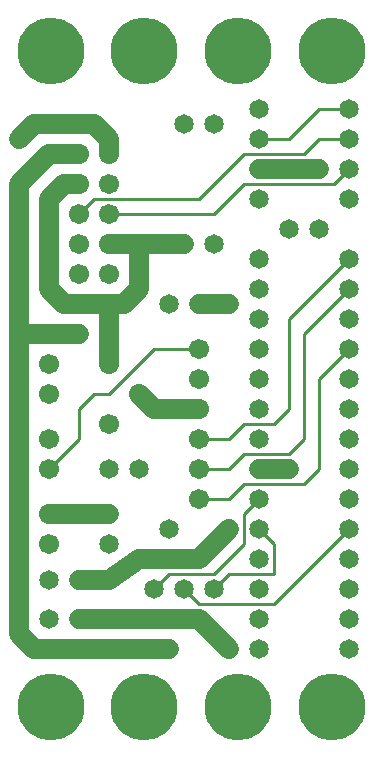
<source format=gbl>
%MOIN*%
%FSLAX25Y25*%
G04 D10 used for Character Trace; *
G04     Circle (OD=.01000) (No hole)*
G04 D11 used for Power Trace; *
G04     Circle (OD=.06500) (No hole)*
G04 D12 used for Signal Trace; *
G04     Circle (OD=.01100) (No hole)*
G04 D13 used for Via; *
G04     Circle (OD=.05800) (Round. Hole ID=.02800)*
G04 D14 used for Component hole; *
G04     Circle (OD=.06500) (Round. Hole ID=.03500)*
G04 D15 used for Component hole; *
G04     Circle (OD=.06700) (Round. Hole ID=.04300)*
G04 D16 used for Component hole; *
G04     Circle (OD=.08100) (Round. Hole ID=.05100)*
G04 D17 used for Component hole; *
G04     Circle (OD=.08900) (Round. Hole ID=.05900)*
G04 D18 used for Component hole; *
G04     Circle (OD=.11300) (Round. Hole ID=.08300)*
G04 D19 used for Component hole; *
G04     Circle (OD=.16000) (Round. Hole ID=.13000)*
G04 D20 used for Component hole; *
G04     Circle (OD=.18300) (Round. Hole ID=.15300)*
G04 D21 used for Component hole; *
G04     Circle (OD=.22291) (Round. Hole ID=.19291)*
%ADD10C,.01000*%
%ADD11C,.06500*%
%ADD12C,.01100*%
%ADD13C,.05800*%
%ADD14C,.06500*%
%ADD15C,.06700*%
%ADD16C,.08100*%
%ADD17C,.08900*%
%ADD18C,.11300*%
%ADD19C,.16000*%
%ADD20C,.18300*%
%ADD21C,.22291*%
%IPPOS*%
%LPD*%
G90*X0Y0D02*D21*X15625Y15625D03*D11*              
X10000Y35000D02*X55000D01*D14*D03*D11*X75000D02*  
X65000Y45000D01*D14*X75000Y35000D03*              
X85000Y45000D03*D11*X35000D02*X65000D01*D14*      
X35000D03*D11*X25000D01*D14*D03*X35000Y58000D03*  
D11*X25000D01*D14*D03*X15000Y45000D03*D11*        
X35000Y58000D02*X45000Y65000D01*X65000D01*        
X75000Y75000D01*D14*D03*D12*X70000Y60000D02*      
X80000Y70000D01*X55000Y60000D02*X70000D01*        
X50000Y55000D02*X55000Y60000D01*D14*              
X50000Y55000D03*X60000D03*D12*X65000Y50000D01*    
X90000D01*X115000Y75000D01*D14*D03*Y85000D03*     
Y65000D03*D12*X80000Y90000D02*X100000D01*         
X75000Y85000D02*X80000Y90000D01*X65000Y85000D02*  
X75000D01*D15*X65000D03*D12*Y95000D02*X75000D01*  
D15*X65000D03*D12*Y105000D02*X75000D01*D15*       
X65000D03*D12*X75000Y95000D02*X80000Y100000D01*   
X95000D01*X100000Y105000D01*Y140000D01*           
X115000Y155000D01*D14*D03*Y165000D03*D12*         
X95000Y145000D01*Y115000D01*X90000Y110000D01*     
X80000D01*X75000Y105000D01*D14*X85000Y95000D03*   
D11*X95000D01*D13*D03*D12*X100000Y90000D02*       
X105000Y95000D01*Y125000D01*X115000Y135000D01*D14*
D03*Y145000D03*Y125000D03*Y115000D03*             
X85000Y165000D03*Y105000D03*Y155000D03*Y145000D03*
Y135000D03*X115000Y105000D03*X85000Y125000D03*    
Y115000D03*D13*X75000Y150000D03*D11*X65000D01*D14*
D03*X55000D03*D12*X35000Y120000D02*               
X50000Y135000D01*X30000Y120000D02*X35000D01*      
X25000Y115000D02*X30000Y120000D01*                
X25000Y105000D02*Y115000D01*X15000Y95000D02*      
X25000Y105000D01*D15*X15000Y95000D03*Y105000D03*  
Y80000D03*D11*X35000D01*D14*D03*Y70000D03*        
X45000Y95000D03*X35000D03*X55000Y75000D03*D15*    
X15000Y70000D03*D14*Y58000D03*D15*                
X35000Y110000D03*X65000Y115000D03*D11*X50000D01*  
X45000Y120000D01*D15*D03*X35000Y130000D03*D11*    
Y150000D01*X20000D01*X15000Y155000D01*Y185000D01* 
X20000Y190000D01*X25000D01*D15*D03*D12*Y180000D02*
X30000Y185000D01*D15*X25000Y180000D03*D12*        
X30000Y185000D02*X65000D01*X80000Y200000D01*      
X100000D01*X105000Y205000D01*X115000D01*D14*D03*  
D12*X95000D02*X105000Y215000D01*X85000Y205000D02* 
X95000D01*D14*X85000D03*Y215000D03*Y195000D03*D11*
X105000D01*D13*D03*D12*X80000Y190000D02*          
X110000D01*X70000Y180000D02*X80000Y190000D01*     
X35000Y180000D02*X70000D01*D15*X35000D03*D11*     
X45000Y155000D02*Y170000D01*X40000Y150000D02*     
X45000Y155000D01*X35000Y150000D02*X40000D01*D15*  
X25000Y160000D03*D13*Y140000D03*D11*X5000D01*     
Y40000D01*X10000Y35000D01*D21*X46875Y15625D03*D14*
X70000Y55000D03*D12*X75000Y60000D01*X90000D01*    
Y70000D01*X85000Y75000D01*D14*D03*D12*            
X80000Y70000D02*Y80000D01*D14*X85000Y65000D03*D12*
X80000Y80000D02*X85000Y85000D01*D14*D03*          
X115000Y55000D03*X85000D03*X115000Y95000D03*D15*  
X65000Y125000D03*D14*X115000Y45000D03*            
X85000Y35000D03*D15*X65000Y135000D03*D12*         
X50000D01*D15*X35000Y160000D03*D14*               
X70000Y170000D03*X60000D03*D11*X45000D01*         
X35000D01*D15*D03*X25000D03*X35000Y190000D03*D11* 
X5000Y140000D02*Y190000D01*X15000Y200000D01*      
X25000D01*D15*D03*D11*X35000Y205000D02*           
X30000Y210000D01*X35000Y200000D02*Y205000D01*D15* 
Y200000D03*D11*X10000Y210000D02*X30000D01*        
X5000Y205000D02*X10000Y210000D01*D13*             
X5000Y205000D03*D21*X15625Y234375D03*X46875D03*   
D14*X60000Y210000D03*X70000D03*D15*               
X15000Y130000D03*D21*X78125Y234375D03*D14*        
X85000Y185000D03*D15*X15000Y120000D03*D14*        
X95000Y175000D03*X105000D03*D12*Y215000D02*       
X115000D01*D14*D03*Y195000D03*D12*                
X110000Y190000D01*D14*X115000Y185000D03*D21*      
X109375Y234375D03*D14*X115000Y35000D03*D21*       
X78125Y15625D03*X109375D03*M02*                   

</source>
